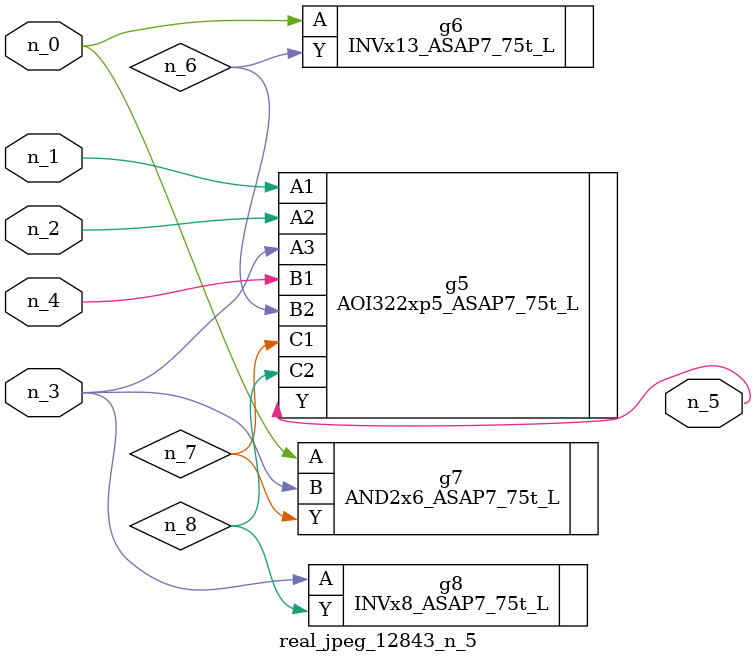
<source format=v>
module real_jpeg_12843_n_5 (n_4, n_0, n_1, n_2, n_3, n_5);

input n_4;
input n_0;
input n_1;
input n_2;
input n_3;

output n_5;

wire n_8;
wire n_6;
wire n_7;

INVx13_ASAP7_75t_L g6 ( 
.A(n_0),
.Y(n_6)
);

AND2x6_ASAP7_75t_L g7 ( 
.A(n_0),
.B(n_3),
.Y(n_7)
);

AOI322xp5_ASAP7_75t_L g5 ( 
.A1(n_1),
.A2(n_2),
.A3(n_3),
.B1(n_4),
.B2(n_6),
.C1(n_7),
.C2(n_8),
.Y(n_5)
);

INVx8_ASAP7_75t_L g8 ( 
.A(n_3),
.Y(n_8)
);


endmodule
</source>
